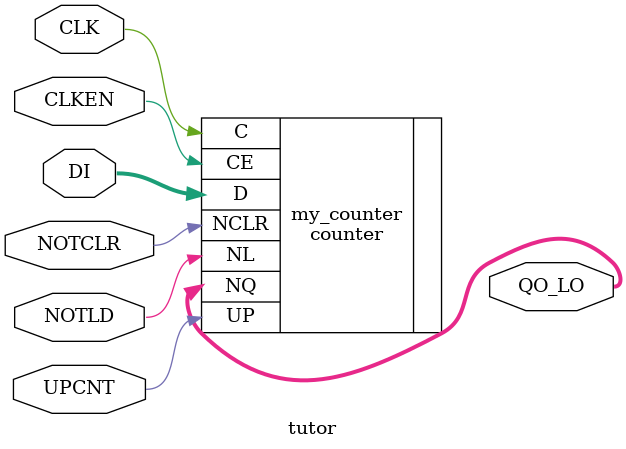
<source format=v>
/*      
*  tutor - Top-Level
*  8-bit Counter with Enable, Clear, Load, Up/Down
*/ 

module tutor (CLK, NOTCLR, CLKEN, NOTLD, UPCNT, DI, QO_LO);

input        CLK, NOTCLR, CLKEN, NOTLD, UPCNT;
input [7:0]  DI;
output [7:0] QO_LO;

counter my_counter (.C(CLK), .NCLR(NOTCLR), .CE(CLKEN), .NL(NOTLD),
		  .UP(UPCNT), .D(DI), .NQ(QO_LO));

endmodule

</source>
